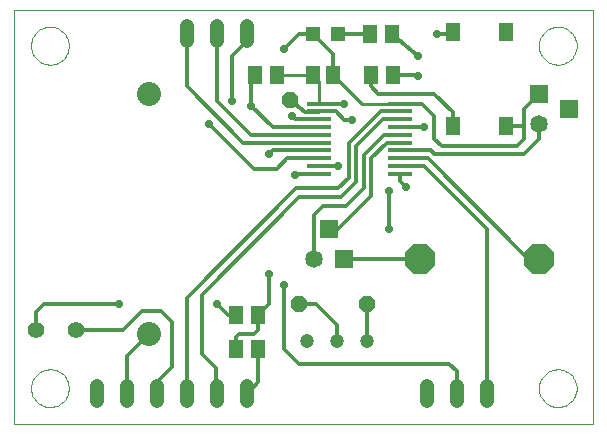
<source format=gtl>
G75*
%MOIN*%
%OFA0B0*%
%FSLAX24Y24*%
%IPPOS*%
%LPD*%
%AMOC8*
5,1,8,0,0,1.08239X$1,22.5*
%
%ADD10C,0.0000*%
%ADD11C,0.0585*%
%ADD12R,0.0585X0.0585*%
%ADD13R,0.0810X0.0170*%
%ADD14OC8,0.1000*%
%ADD15C,0.0800*%
%ADD16R,0.0472X0.0472*%
%ADD17R,0.0512X0.0591*%
%ADD18C,0.0480*%
%ADD19R,0.0512X0.0610*%
%ADD20C,0.0472*%
%ADD21OC8,0.0560*%
%ADD22C,0.0551*%
%ADD23C,0.0120*%
%ADD24C,0.0277*%
%ADD25C,0.0100*%
D10*
X000100Y000550D02*
X000100Y014330D01*
X019391Y014330D01*
X019391Y000550D01*
X000100Y000550D01*
X000651Y001731D02*
X000653Y001781D01*
X000659Y001831D01*
X000669Y001880D01*
X000683Y001928D01*
X000700Y001975D01*
X000721Y002020D01*
X000746Y002064D01*
X000774Y002105D01*
X000806Y002144D01*
X000840Y002181D01*
X000877Y002215D01*
X000917Y002245D01*
X000959Y002272D01*
X001003Y002296D01*
X001049Y002317D01*
X001096Y002333D01*
X001144Y002346D01*
X001194Y002355D01*
X001243Y002360D01*
X001294Y002361D01*
X001344Y002358D01*
X001393Y002351D01*
X001442Y002340D01*
X001490Y002325D01*
X001536Y002307D01*
X001581Y002285D01*
X001624Y002259D01*
X001665Y002230D01*
X001704Y002198D01*
X001740Y002163D01*
X001772Y002125D01*
X001802Y002085D01*
X001829Y002042D01*
X001852Y001998D01*
X001871Y001952D01*
X001887Y001904D01*
X001899Y001855D01*
X001907Y001806D01*
X001911Y001756D01*
X001911Y001706D01*
X001907Y001656D01*
X001899Y001607D01*
X001887Y001558D01*
X001871Y001510D01*
X001852Y001464D01*
X001829Y001420D01*
X001802Y001377D01*
X001772Y001337D01*
X001740Y001299D01*
X001704Y001264D01*
X001665Y001232D01*
X001624Y001203D01*
X001581Y001177D01*
X001536Y001155D01*
X001490Y001137D01*
X001442Y001122D01*
X001393Y001111D01*
X001344Y001104D01*
X001294Y001101D01*
X001243Y001102D01*
X001194Y001107D01*
X001144Y001116D01*
X001096Y001129D01*
X001049Y001145D01*
X001003Y001166D01*
X000959Y001190D01*
X000917Y001217D01*
X000877Y001247D01*
X000840Y001281D01*
X000806Y001318D01*
X000774Y001357D01*
X000746Y001398D01*
X000721Y001442D01*
X000700Y001487D01*
X000683Y001534D01*
X000669Y001582D01*
X000659Y001631D01*
X000653Y001681D01*
X000651Y001731D01*
X000651Y013148D02*
X000653Y013198D01*
X000659Y013248D01*
X000669Y013297D01*
X000683Y013345D01*
X000700Y013392D01*
X000721Y013437D01*
X000746Y013481D01*
X000774Y013522D01*
X000806Y013561D01*
X000840Y013598D01*
X000877Y013632D01*
X000917Y013662D01*
X000959Y013689D01*
X001003Y013713D01*
X001049Y013734D01*
X001096Y013750D01*
X001144Y013763D01*
X001194Y013772D01*
X001243Y013777D01*
X001294Y013778D01*
X001344Y013775D01*
X001393Y013768D01*
X001442Y013757D01*
X001490Y013742D01*
X001536Y013724D01*
X001581Y013702D01*
X001624Y013676D01*
X001665Y013647D01*
X001704Y013615D01*
X001740Y013580D01*
X001772Y013542D01*
X001802Y013502D01*
X001829Y013459D01*
X001852Y013415D01*
X001871Y013369D01*
X001887Y013321D01*
X001899Y013272D01*
X001907Y013223D01*
X001911Y013173D01*
X001911Y013123D01*
X001907Y013073D01*
X001899Y013024D01*
X001887Y012975D01*
X001871Y012927D01*
X001852Y012881D01*
X001829Y012837D01*
X001802Y012794D01*
X001772Y012754D01*
X001740Y012716D01*
X001704Y012681D01*
X001665Y012649D01*
X001624Y012620D01*
X001581Y012594D01*
X001536Y012572D01*
X001490Y012554D01*
X001442Y012539D01*
X001393Y012528D01*
X001344Y012521D01*
X001294Y012518D01*
X001243Y012519D01*
X001194Y012524D01*
X001144Y012533D01*
X001096Y012546D01*
X001049Y012562D01*
X001003Y012583D01*
X000959Y012607D01*
X000917Y012634D01*
X000877Y012664D01*
X000840Y012698D01*
X000806Y012735D01*
X000774Y012774D01*
X000746Y012815D01*
X000721Y012859D01*
X000700Y012904D01*
X000683Y012951D01*
X000669Y012999D01*
X000659Y013048D01*
X000653Y013098D01*
X000651Y013148D01*
X017580Y013148D02*
X017582Y013198D01*
X017588Y013248D01*
X017598Y013297D01*
X017612Y013345D01*
X017629Y013392D01*
X017650Y013437D01*
X017675Y013481D01*
X017703Y013522D01*
X017735Y013561D01*
X017769Y013598D01*
X017806Y013632D01*
X017846Y013662D01*
X017888Y013689D01*
X017932Y013713D01*
X017978Y013734D01*
X018025Y013750D01*
X018073Y013763D01*
X018123Y013772D01*
X018172Y013777D01*
X018223Y013778D01*
X018273Y013775D01*
X018322Y013768D01*
X018371Y013757D01*
X018419Y013742D01*
X018465Y013724D01*
X018510Y013702D01*
X018553Y013676D01*
X018594Y013647D01*
X018633Y013615D01*
X018669Y013580D01*
X018701Y013542D01*
X018731Y013502D01*
X018758Y013459D01*
X018781Y013415D01*
X018800Y013369D01*
X018816Y013321D01*
X018828Y013272D01*
X018836Y013223D01*
X018840Y013173D01*
X018840Y013123D01*
X018836Y013073D01*
X018828Y013024D01*
X018816Y012975D01*
X018800Y012927D01*
X018781Y012881D01*
X018758Y012837D01*
X018731Y012794D01*
X018701Y012754D01*
X018669Y012716D01*
X018633Y012681D01*
X018594Y012649D01*
X018553Y012620D01*
X018510Y012594D01*
X018465Y012572D01*
X018419Y012554D01*
X018371Y012539D01*
X018322Y012528D01*
X018273Y012521D01*
X018223Y012518D01*
X018172Y012519D01*
X018123Y012524D01*
X018073Y012533D01*
X018025Y012546D01*
X017978Y012562D01*
X017932Y012583D01*
X017888Y012607D01*
X017846Y012634D01*
X017806Y012664D01*
X017769Y012698D01*
X017735Y012735D01*
X017703Y012774D01*
X017675Y012815D01*
X017650Y012859D01*
X017629Y012904D01*
X017612Y012951D01*
X017598Y012999D01*
X017588Y013048D01*
X017582Y013098D01*
X017580Y013148D01*
X017580Y001731D02*
X017582Y001781D01*
X017588Y001831D01*
X017598Y001880D01*
X017612Y001928D01*
X017629Y001975D01*
X017650Y002020D01*
X017675Y002064D01*
X017703Y002105D01*
X017735Y002144D01*
X017769Y002181D01*
X017806Y002215D01*
X017846Y002245D01*
X017888Y002272D01*
X017932Y002296D01*
X017978Y002317D01*
X018025Y002333D01*
X018073Y002346D01*
X018123Y002355D01*
X018172Y002360D01*
X018223Y002361D01*
X018273Y002358D01*
X018322Y002351D01*
X018371Y002340D01*
X018419Y002325D01*
X018465Y002307D01*
X018510Y002285D01*
X018553Y002259D01*
X018594Y002230D01*
X018633Y002198D01*
X018669Y002163D01*
X018701Y002125D01*
X018731Y002085D01*
X018758Y002042D01*
X018781Y001998D01*
X018800Y001952D01*
X018816Y001904D01*
X018828Y001855D01*
X018836Y001806D01*
X018840Y001756D01*
X018840Y001706D01*
X018836Y001656D01*
X018828Y001607D01*
X018816Y001558D01*
X018800Y001510D01*
X018781Y001464D01*
X018758Y001420D01*
X018731Y001377D01*
X018701Y001337D01*
X018669Y001299D01*
X018633Y001264D01*
X018594Y001232D01*
X018553Y001203D01*
X018510Y001177D01*
X018465Y001155D01*
X018419Y001137D01*
X018371Y001122D01*
X018322Y001111D01*
X018273Y001104D01*
X018223Y001101D01*
X018172Y001102D01*
X018123Y001107D01*
X018073Y001116D01*
X018025Y001129D01*
X017978Y001145D01*
X017932Y001166D01*
X017888Y001190D01*
X017846Y001217D01*
X017806Y001247D01*
X017769Y001281D01*
X017735Y001318D01*
X017703Y001357D01*
X017675Y001398D01*
X017650Y001442D01*
X017629Y001487D01*
X017612Y001534D01*
X017598Y001582D01*
X017588Y001631D01*
X017582Y001681D01*
X017580Y001731D01*
D11*
X010100Y006050D03*
X017600Y010550D03*
D12*
X017600Y011550D03*
X018600Y011050D03*
X011100Y006050D03*
X010600Y007050D03*
D13*
X010250Y008880D03*
X010250Y009140D03*
X010250Y009400D03*
X010250Y009660D03*
X010250Y009920D03*
X010250Y010180D03*
X010250Y010440D03*
X010250Y010700D03*
X010250Y010960D03*
X010250Y011220D03*
X012950Y011220D03*
X012950Y010960D03*
X012950Y010700D03*
X012950Y010440D03*
X012950Y010180D03*
X012950Y009920D03*
X012950Y009660D03*
X012950Y009400D03*
X012950Y009140D03*
X012950Y008880D03*
D14*
X013630Y006050D03*
X017570Y006050D03*
D15*
X004600Y003550D03*
X004600Y011550D03*
D16*
X010048Y013550D03*
X010875Y013550D03*
D17*
X011948Y013550D03*
X012696Y013550D03*
X012724Y012175D03*
X011976Y012175D03*
X010726Y012175D03*
X010057Y012175D03*
X008863Y012163D03*
X008115Y012163D03*
X008224Y004175D03*
X007476Y004175D03*
X007476Y003050D03*
X008224Y003050D03*
D18*
X007850Y001790D02*
X007850Y001310D01*
X006850Y001310D02*
X006850Y001790D01*
X005850Y001790D02*
X005850Y001310D01*
X004850Y001310D02*
X004850Y001790D01*
X003850Y001790D02*
X003850Y001310D01*
X002850Y001310D02*
X002850Y001790D01*
X013850Y001790D02*
X013850Y001310D01*
X014850Y001310D02*
X014850Y001790D01*
X015850Y001790D02*
X015850Y001310D01*
X007850Y013310D02*
X007850Y013790D01*
X006850Y013790D02*
X006850Y013310D01*
X005850Y013310D02*
X005850Y013790D01*
D19*
X014714Y013615D03*
X016486Y013615D03*
X016486Y010485D03*
X014714Y010485D03*
D20*
X011850Y003300D03*
X010850Y003300D03*
X009850Y003300D03*
D21*
X009600Y004550D03*
X011850Y004550D03*
X009275Y011350D03*
D22*
X002144Y003675D03*
X000806Y003675D03*
D23*
X000806Y004256D01*
X001100Y004550D01*
X003600Y004550D01*
X004350Y004300D02*
X003725Y003675D01*
X002144Y003675D01*
X003850Y002800D02*
X004600Y003550D01*
X004350Y004300D02*
X004975Y004300D01*
X005350Y003925D01*
X005350Y002450D01*
X004850Y001950D01*
X004850Y001550D01*
X003850Y001550D02*
X003850Y002800D01*
X005850Y001550D02*
X005850Y004750D01*
X009500Y008400D01*
X010900Y008400D01*
X011250Y008750D01*
X011250Y009900D01*
X012310Y010960D01*
X012950Y010960D01*
X012950Y010700D02*
X012400Y010700D01*
X011500Y009800D01*
X011500Y008600D01*
X011000Y008100D01*
X009600Y008100D01*
X006350Y004850D01*
X006350Y002884D01*
X006818Y002416D01*
X006818Y001550D01*
X006850Y001550D01*
X007850Y001550D02*
X008225Y001926D01*
X008224Y003050D01*
X008100Y003550D02*
X008225Y003675D01*
X008225Y004174D01*
X008224Y004175D01*
X008600Y004551D01*
X008600Y005550D01*
X009100Y005175D02*
X009100Y003050D01*
X009600Y002550D01*
X014600Y002550D01*
X014850Y002300D01*
X014850Y001550D01*
X015850Y001550D02*
X015850Y007050D01*
X013760Y009140D01*
X012950Y009140D01*
X012950Y008880D02*
X012950Y008650D01*
X013150Y008450D01*
X012600Y008300D02*
X012600Y007050D01*
X013630Y006050D02*
X011100Y006050D01*
X010100Y006050D02*
X010100Y007500D01*
X010400Y007800D01*
X011150Y007800D01*
X011750Y008400D01*
X011750Y009500D01*
X012430Y010180D01*
X012950Y010180D01*
X012950Y009920D02*
X012505Y009920D01*
X011993Y009408D01*
X011993Y008143D01*
X010900Y007050D01*
X010600Y007050D01*
X010250Y008880D02*
X009480Y008880D01*
X009450Y008850D01*
X009200Y009400D02*
X008850Y009050D01*
X008100Y009050D01*
X006600Y010550D01*
X006850Y011300D02*
X006850Y013550D01*
X007350Y012800D02*
X007850Y013300D01*
X007850Y013550D01*
X007350Y012800D02*
X007350Y011300D01*
X006850Y011300D02*
X007970Y010180D01*
X010250Y010180D01*
X010250Y009920D02*
X007730Y009920D01*
X005850Y011800D01*
X005850Y013550D01*
X008000Y012153D02*
X008115Y012163D01*
X008000Y012153D02*
X008000Y011150D01*
X008710Y010440D01*
X010250Y010440D01*
X010250Y010700D02*
X009450Y010700D01*
X009350Y010800D01*
X009800Y010950D02*
X009275Y011350D01*
X009800Y010950D02*
X010240Y010950D01*
X010250Y010960D01*
X010815Y010960D01*
X011100Y010675D01*
X011350Y010675D01*
X011100Y011200D02*
X010270Y011200D01*
X010250Y011220D01*
X010726Y012175D02*
X010726Y012799D01*
X010725Y012800D01*
X010725Y012873D01*
X010048Y013550D01*
X009600Y013550D01*
X009100Y013050D01*
X010875Y013550D02*
X011948Y013550D01*
X012696Y013550D02*
X013550Y012800D01*
X013525Y012175D02*
X012724Y012175D01*
X011976Y012175D02*
X011975Y012174D01*
X011975Y011800D01*
X012225Y011550D01*
X014100Y011550D01*
X014714Y010936D01*
X014714Y010485D01*
X014100Y010800D02*
X014100Y010050D01*
X014350Y009800D01*
X016850Y009800D01*
X017100Y010050D01*
X017100Y010350D01*
X017100Y010485D01*
X016486Y010485D01*
X017100Y010485D02*
X017100Y011050D01*
X017600Y011550D01*
X017600Y010550D02*
X017600Y010050D01*
X017100Y009550D01*
X014100Y009550D01*
X013990Y009660D01*
X012950Y009660D01*
X012950Y009400D02*
X013875Y009400D01*
X017225Y006050D01*
X017570Y006050D01*
X013740Y010440D02*
X012950Y010440D01*
X012950Y011220D02*
X013680Y011220D01*
X014100Y010800D01*
X013750Y010450D02*
X013740Y010440D01*
X013550Y012150D02*
X013525Y012175D01*
X014200Y013550D02*
X014649Y013550D01*
X014714Y013615D01*
X010250Y009660D02*
X008710Y009660D01*
X008600Y009550D01*
X009200Y009400D02*
X010250Y009400D01*
X010250Y009140D02*
X010890Y009140D01*
X010900Y009150D01*
X010150Y004550D02*
X009600Y004550D01*
X010150Y004550D02*
X010850Y003850D01*
X010850Y003300D01*
X011850Y003300D02*
X011850Y004550D01*
X008100Y003550D02*
X007600Y003550D01*
X007476Y003426D01*
X007476Y003050D01*
X007476Y004175D02*
X007225Y004175D01*
X006850Y004550D01*
D24*
X006850Y004550D03*
X008600Y005550D03*
X009100Y005175D03*
X012600Y007050D03*
X012600Y008300D03*
X013150Y008450D03*
X013750Y010450D03*
X013550Y012150D03*
X013550Y012800D03*
X014200Y013550D03*
X011100Y011200D03*
X011350Y010675D03*
X010900Y009150D03*
X009450Y008850D03*
X008600Y009550D03*
X009350Y010800D03*
X008000Y011150D03*
X007350Y011300D03*
X006600Y010550D03*
X009100Y013050D03*
X003600Y004550D03*
D25*
X010250Y011220D02*
X010250Y011982D01*
X010057Y012175D01*
X008750Y012175D01*
X008863Y012163D01*
X010726Y012175D02*
X011681Y011220D01*
X012950Y011220D01*
M02*

</source>
